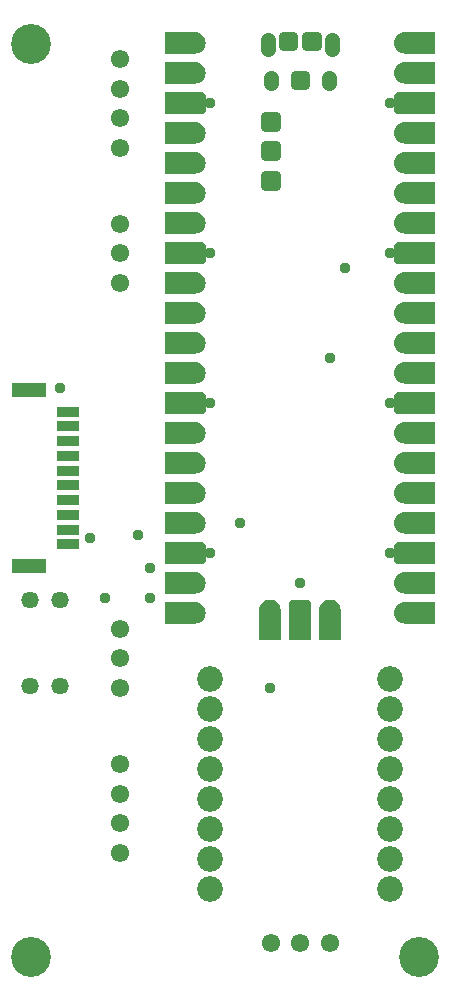
<source format=gbr>
G04 EAGLE Gerber RS-274X export*
G75*
%MOMM*%
%FSLAX34Y34*%
%LPD*%
%INSoldermask Top*%
%IPPOS*%
%AMOC8*
5,1,8,0,0,1.08239X$1,22.5*%
G01*
G04 Define Apertures*
%ADD10C,3.378200*%
%ADD11C,1.551200*%
%ADD12C,1.463200*%
%ADD13C,0.800503*%
%ADD14C,1.303200*%
%ADD15C,1.253200*%
%ADD16C,2.183200*%
%ADD17R,1.905000X0.812800*%
%ADD18R,2.997200X1.295400*%
%ADD19C,0.959600*%
G36*
X-82221Y-85174D02*
X-82897Y-85250D01*
X-113950Y-85250D01*
X-113950Y-67150D01*
X-82897Y-67150D01*
X-82221Y-67226D01*
X-81577Y-67452D01*
X-80998Y-67815D01*
X-80515Y-68298D01*
X-80152Y-68877D01*
X-79926Y-69521D01*
X-79850Y-70197D01*
X-79850Y-82203D01*
X-79926Y-82879D01*
X-80152Y-83524D01*
X-80515Y-84102D01*
X-80998Y-84585D01*
X-81577Y-84948D01*
X-82221Y-85174D01*
G37*
G36*
X-82221Y41826D02*
X-82897Y41750D01*
X-113950Y41750D01*
X-113950Y59850D01*
X-82897Y59850D01*
X-82221Y59774D01*
X-81577Y59548D01*
X-80998Y59185D01*
X-80515Y58702D01*
X-80152Y58124D01*
X-79926Y57479D01*
X-79850Y56803D01*
X-79850Y44797D01*
X-79926Y44121D01*
X-80152Y43477D01*
X-80515Y42898D01*
X-80998Y42415D01*
X-81577Y42052D01*
X-82221Y41826D01*
G37*
G36*
X-82221Y168826D02*
X-82897Y168750D01*
X-113950Y168750D01*
X-113950Y186850D01*
X-82897Y186850D01*
X-82221Y186774D01*
X-81577Y186548D01*
X-80998Y186185D01*
X-80515Y185702D01*
X-80152Y185124D01*
X-79926Y184479D01*
X-79850Y183803D01*
X-79850Y171797D01*
X-79926Y171121D01*
X-80152Y170477D01*
X-80515Y169898D01*
X-80998Y169415D01*
X-81577Y169052D01*
X-82221Y168826D01*
G37*
G36*
X-82221Y295826D02*
X-82897Y295750D01*
X-113950Y295750D01*
X-113950Y313850D01*
X-82897Y313850D01*
X-82221Y313774D01*
X-81577Y313548D01*
X-80998Y313185D01*
X-80515Y312702D01*
X-80152Y312124D01*
X-79926Y311479D01*
X-79850Y310803D01*
X-79850Y298797D01*
X-79926Y298121D01*
X-80152Y297477D01*
X-80515Y296898D01*
X-80998Y296415D01*
X-81577Y296052D01*
X-82221Y295826D01*
G37*
G36*
X9050Y-118697D02*
X9050Y-149750D01*
X-9050Y-149750D01*
X-9050Y-118697D01*
X-8974Y-118021D01*
X-8748Y-117377D01*
X-8385Y-116798D01*
X-7902Y-116315D01*
X-7324Y-115952D01*
X-6679Y-115726D01*
X-6003Y-115650D01*
X6003Y-115650D01*
X6679Y-115726D01*
X7324Y-115952D01*
X7902Y-116315D01*
X8385Y-116798D01*
X8748Y-117377D01*
X8974Y-118021D01*
X9050Y-118697D01*
G37*
G36*
X113950Y-67150D02*
X113950Y-85250D01*
X82897Y-85250D01*
X82221Y-85174D01*
X81577Y-84948D01*
X80998Y-84585D01*
X80515Y-84102D01*
X80152Y-83524D01*
X79926Y-82879D01*
X79850Y-82203D01*
X79850Y-70197D01*
X79926Y-69521D01*
X80152Y-68877D01*
X80515Y-68298D01*
X80998Y-67815D01*
X81577Y-67452D01*
X82221Y-67226D01*
X82897Y-67150D01*
X113950Y-67150D01*
G37*
G36*
X113950Y59850D02*
X113950Y41750D01*
X82897Y41750D01*
X82221Y41826D01*
X81577Y42052D01*
X80998Y42415D01*
X80515Y42898D01*
X80152Y43477D01*
X79926Y44121D01*
X79850Y44797D01*
X79850Y56803D01*
X79926Y57479D01*
X80152Y58124D01*
X80515Y58702D01*
X80998Y59185D01*
X81577Y59548D01*
X82221Y59774D01*
X82897Y59850D01*
X113950Y59850D01*
G37*
G36*
X113950Y186850D02*
X113950Y168750D01*
X82897Y168750D01*
X82221Y168826D01*
X81577Y169052D01*
X80998Y169415D01*
X80515Y169898D01*
X80152Y170477D01*
X79926Y171121D01*
X79850Y171797D01*
X79850Y183803D01*
X79926Y184479D01*
X80152Y185124D01*
X80515Y185702D01*
X80998Y186185D01*
X81577Y186548D01*
X82221Y186774D01*
X82897Y186850D01*
X113950Y186850D01*
G37*
G36*
X113950Y313850D02*
X113950Y295750D01*
X82897Y295750D01*
X82221Y295826D01*
X81577Y296052D01*
X80998Y296415D01*
X80515Y296898D01*
X80152Y297477D01*
X79926Y298121D01*
X79850Y298797D01*
X79850Y310803D01*
X79926Y311479D01*
X80152Y312124D01*
X80515Y312702D01*
X80998Y313185D01*
X81577Y313548D01*
X82221Y313774D01*
X82897Y313850D01*
X113950Y313850D01*
G37*
G36*
X-87134Y-135876D02*
X-88898Y-136050D01*
X-113950Y-136050D01*
X-113950Y-117950D01*
X-88898Y-117950D01*
X-87134Y-118124D01*
X-85437Y-118639D01*
X-83872Y-119475D01*
X-82501Y-120601D01*
X-81375Y-121972D01*
X-80539Y-123537D01*
X-80024Y-125234D01*
X-79850Y-127000D01*
X-80024Y-128766D01*
X-80539Y-130463D01*
X-81375Y-132028D01*
X-82501Y-133400D01*
X-83872Y-134525D01*
X-85437Y-135361D01*
X-87134Y-135876D01*
G37*
G36*
X-87134Y-110476D02*
X-88898Y-110650D01*
X-113950Y-110650D01*
X-113950Y-92550D01*
X-88898Y-92550D01*
X-87134Y-92724D01*
X-85437Y-93239D01*
X-83872Y-94075D01*
X-82501Y-95201D01*
X-81375Y-96572D01*
X-80539Y-98137D01*
X-80024Y-99834D01*
X-79850Y-101600D01*
X-80024Y-103366D01*
X-80539Y-105063D01*
X-81375Y-106628D01*
X-82501Y-108000D01*
X-83872Y-109125D01*
X-85437Y-109961D01*
X-87134Y-110476D01*
G37*
G36*
X-87134Y-59676D02*
X-88898Y-59850D01*
X-113950Y-59850D01*
X-113950Y-41750D01*
X-88898Y-41750D01*
X-87134Y-41924D01*
X-85437Y-42439D01*
X-83872Y-43275D01*
X-82501Y-44401D01*
X-81375Y-45772D01*
X-80539Y-47337D01*
X-80024Y-49034D01*
X-79850Y-50800D01*
X-80024Y-52566D01*
X-80539Y-54263D01*
X-81375Y-55828D01*
X-82501Y-57200D01*
X-83872Y-58325D01*
X-85437Y-59161D01*
X-87134Y-59676D01*
G37*
G36*
X-87134Y-34276D02*
X-88898Y-34450D01*
X-113950Y-34450D01*
X-113950Y-16350D01*
X-88898Y-16350D01*
X-87134Y-16524D01*
X-85437Y-17039D01*
X-83872Y-17875D01*
X-82501Y-19001D01*
X-81375Y-20372D01*
X-80539Y-21937D01*
X-80024Y-23634D01*
X-79850Y-25400D01*
X-80024Y-27166D01*
X-80539Y-28863D01*
X-81375Y-30428D01*
X-82501Y-31800D01*
X-83872Y-32925D01*
X-85437Y-33761D01*
X-87134Y-34276D01*
G37*
G36*
X-87134Y-8876D02*
X-88898Y-9050D01*
X-113950Y-9050D01*
X-113950Y9050D01*
X-88898Y9050D01*
X-87134Y8876D01*
X-85437Y8361D01*
X-83872Y7525D01*
X-82501Y6400D01*
X-81375Y5028D01*
X-80539Y3463D01*
X-80024Y1766D01*
X-79850Y0D01*
X-80024Y-1766D01*
X-80539Y-3463D01*
X-81375Y-5028D01*
X-82501Y-6400D01*
X-83872Y-7525D01*
X-85437Y-8361D01*
X-87134Y-8876D01*
G37*
G36*
X-87134Y16524D02*
X-88898Y16350D01*
X-113950Y16350D01*
X-113950Y34450D01*
X-88898Y34450D01*
X-87134Y34276D01*
X-85437Y33761D01*
X-83872Y32925D01*
X-82501Y31800D01*
X-81375Y30428D01*
X-80539Y28863D01*
X-80024Y27166D01*
X-79850Y25400D01*
X-80024Y23634D01*
X-80539Y21937D01*
X-81375Y20372D01*
X-82501Y19001D01*
X-83872Y17875D01*
X-85437Y17039D01*
X-87134Y16524D01*
G37*
G36*
X-87134Y67324D02*
X-88898Y67150D01*
X-113950Y67150D01*
X-113950Y85250D01*
X-88898Y85250D01*
X-87134Y85076D01*
X-85437Y84561D01*
X-83872Y83725D01*
X-82501Y82600D01*
X-81375Y81228D01*
X-80539Y79663D01*
X-80024Y77966D01*
X-79850Y76200D01*
X-80024Y74434D01*
X-80539Y72737D01*
X-81375Y71172D01*
X-82501Y69801D01*
X-83872Y68675D01*
X-85437Y67839D01*
X-87134Y67324D01*
G37*
G36*
X-87134Y92724D02*
X-88898Y92550D01*
X-113950Y92550D01*
X-113950Y110650D01*
X-88898Y110650D01*
X-87134Y110476D01*
X-85437Y109961D01*
X-83872Y109125D01*
X-82501Y108000D01*
X-81375Y106628D01*
X-80539Y105063D01*
X-80024Y103366D01*
X-79850Y101600D01*
X-80024Y99834D01*
X-80539Y98137D01*
X-81375Y96572D01*
X-82501Y95201D01*
X-83872Y94075D01*
X-85437Y93239D01*
X-87134Y92724D01*
G37*
G36*
X-87134Y118124D02*
X-88898Y117950D01*
X-113950Y117950D01*
X-113950Y136050D01*
X-88898Y136050D01*
X-87134Y135876D01*
X-85437Y135361D01*
X-83872Y134525D01*
X-82501Y133400D01*
X-81375Y132028D01*
X-80539Y130463D01*
X-80024Y128766D01*
X-79850Y127000D01*
X-80024Y125234D01*
X-80539Y123537D01*
X-81375Y121972D01*
X-82501Y120601D01*
X-83872Y119475D01*
X-85437Y118639D01*
X-87134Y118124D01*
G37*
G36*
X-87134Y143524D02*
X-88898Y143350D01*
X-113950Y143350D01*
X-113950Y161450D01*
X-88898Y161450D01*
X-87134Y161276D01*
X-85437Y160761D01*
X-83872Y159925D01*
X-82501Y158800D01*
X-81375Y157428D01*
X-80539Y155863D01*
X-80024Y154166D01*
X-79850Y152400D01*
X-80024Y150634D01*
X-80539Y148937D01*
X-81375Y147372D01*
X-82501Y146001D01*
X-83872Y144875D01*
X-85437Y144039D01*
X-87134Y143524D01*
G37*
G36*
X-87134Y194324D02*
X-88898Y194150D01*
X-113950Y194150D01*
X-113950Y212250D01*
X-88898Y212250D01*
X-87134Y212076D01*
X-85437Y211561D01*
X-83872Y210725D01*
X-82501Y209600D01*
X-81375Y208228D01*
X-80539Y206663D01*
X-80024Y204966D01*
X-79850Y203200D01*
X-80024Y201434D01*
X-80539Y199737D01*
X-81375Y198172D01*
X-82501Y196801D01*
X-83872Y195675D01*
X-85437Y194839D01*
X-87134Y194324D01*
G37*
G36*
X-87134Y219724D02*
X-88898Y219550D01*
X-113950Y219550D01*
X-113950Y237650D01*
X-88898Y237650D01*
X-87134Y237476D01*
X-85437Y236961D01*
X-83872Y236125D01*
X-82501Y235000D01*
X-81375Y233628D01*
X-80539Y232063D01*
X-80024Y230366D01*
X-79850Y228600D01*
X-80024Y226834D01*
X-80539Y225137D01*
X-81375Y223572D01*
X-82501Y222201D01*
X-83872Y221075D01*
X-85437Y220239D01*
X-87134Y219724D01*
G37*
G36*
X-87134Y245124D02*
X-88898Y244950D01*
X-113950Y244950D01*
X-113950Y263050D01*
X-88898Y263050D01*
X-87134Y262876D01*
X-85437Y262361D01*
X-83872Y261525D01*
X-82501Y260400D01*
X-81375Y259028D01*
X-80539Y257463D01*
X-80024Y255766D01*
X-79850Y254000D01*
X-80024Y252234D01*
X-80539Y250537D01*
X-81375Y248972D01*
X-82501Y247601D01*
X-83872Y246475D01*
X-85437Y245639D01*
X-87134Y245124D01*
G37*
G36*
X-87134Y270524D02*
X-88898Y270350D01*
X-113950Y270350D01*
X-113950Y288450D01*
X-88898Y288450D01*
X-87134Y288276D01*
X-85437Y287761D01*
X-83872Y286925D01*
X-82501Y285800D01*
X-81375Y284428D01*
X-80539Y282863D01*
X-80024Y281166D01*
X-79850Y279400D01*
X-80024Y277634D01*
X-80539Y275937D01*
X-81375Y274372D01*
X-82501Y273001D01*
X-83872Y271875D01*
X-85437Y271039D01*
X-87134Y270524D01*
G37*
G36*
X-87134Y321324D02*
X-88898Y321150D01*
X-113950Y321150D01*
X-113950Y339250D01*
X-88898Y339250D01*
X-87134Y339076D01*
X-85437Y338561D01*
X-83872Y337725D01*
X-82501Y336600D01*
X-81375Y335228D01*
X-80539Y333663D01*
X-80024Y331966D01*
X-79850Y330200D01*
X-80024Y328434D01*
X-80539Y326737D01*
X-81375Y325172D01*
X-82501Y323801D01*
X-83872Y322675D01*
X-85437Y321839D01*
X-87134Y321324D01*
G37*
G36*
X-87134Y346724D02*
X-88898Y346550D01*
X-113950Y346550D01*
X-113950Y364650D01*
X-88898Y364650D01*
X-87134Y364476D01*
X-85437Y363961D01*
X-83872Y363125D01*
X-82501Y362000D01*
X-81375Y360628D01*
X-80539Y359063D01*
X-80024Y357366D01*
X-79850Y355600D01*
X-80024Y353834D01*
X-80539Y352137D01*
X-81375Y350572D01*
X-82501Y349201D01*
X-83872Y348075D01*
X-85437Y347239D01*
X-87134Y346724D01*
G37*
G36*
X-16350Y-124698D02*
X-16350Y-149750D01*
X-34450Y-149750D01*
X-34450Y-124698D01*
X-34276Y-122934D01*
X-33761Y-121237D01*
X-32925Y-119672D01*
X-31800Y-118301D01*
X-30428Y-117175D01*
X-28863Y-116339D01*
X-27166Y-115824D01*
X-25400Y-115650D01*
X-23634Y-115824D01*
X-21937Y-116339D01*
X-20372Y-117175D01*
X-19001Y-118301D01*
X-17875Y-119672D01*
X-17039Y-121237D01*
X-16524Y-122934D01*
X-16350Y-124698D01*
G37*
G36*
X34450Y-124698D02*
X34450Y-149750D01*
X16350Y-149750D01*
X16350Y-124698D01*
X16524Y-122934D01*
X17039Y-121237D01*
X17875Y-119672D01*
X19001Y-118301D01*
X20372Y-117175D01*
X21937Y-116339D01*
X23634Y-115824D01*
X25400Y-115650D01*
X27166Y-115824D01*
X28863Y-116339D01*
X30428Y-117175D01*
X31800Y-118301D01*
X32925Y-119672D01*
X33761Y-121237D01*
X34276Y-122934D01*
X34450Y-124698D01*
G37*
G36*
X113950Y-117950D02*
X113950Y-136050D01*
X88898Y-136050D01*
X87134Y-135876D01*
X85437Y-135361D01*
X83872Y-134525D01*
X82501Y-133400D01*
X81375Y-132028D01*
X80539Y-130463D01*
X80024Y-128766D01*
X79850Y-127000D01*
X80024Y-125234D01*
X80539Y-123537D01*
X81375Y-121972D01*
X82501Y-120601D01*
X83872Y-119475D01*
X85437Y-118639D01*
X87134Y-118124D01*
X88898Y-117950D01*
X113950Y-117950D01*
G37*
G36*
X113950Y-92550D02*
X113950Y-110650D01*
X88898Y-110650D01*
X87134Y-110476D01*
X85437Y-109961D01*
X83872Y-109125D01*
X82501Y-108000D01*
X81375Y-106628D01*
X80539Y-105063D01*
X80024Y-103366D01*
X79850Y-101600D01*
X80024Y-99834D01*
X80539Y-98137D01*
X81375Y-96572D01*
X82501Y-95201D01*
X83872Y-94075D01*
X85437Y-93239D01*
X87134Y-92724D01*
X88898Y-92550D01*
X113950Y-92550D01*
G37*
G36*
X113950Y-41750D02*
X113950Y-59850D01*
X88898Y-59850D01*
X87134Y-59676D01*
X85437Y-59161D01*
X83872Y-58325D01*
X82501Y-57200D01*
X81375Y-55828D01*
X80539Y-54263D01*
X80024Y-52566D01*
X79850Y-50800D01*
X80024Y-49034D01*
X80539Y-47337D01*
X81375Y-45772D01*
X82501Y-44401D01*
X83872Y-43275D01*
X85437Y-42439D01*
X87134Y-41924D01*
X88898Y-41750D01*
X113950Y-41750D01*
G37*
G36*
X113950Y-16350D02*
X113950Y-34450D01*
X88898Y-34450D01*
X87134Y-34276D01*
X85437Y-33761D01*
X83872Y-32925D01*
X82501Y-31800D01*
X81375Y-30428D01*
X80539Y-28863D01*
X80024Y-27166D01*
X79850Y-25400D01*
X80024Y-23634D01*
X80539Y-21937D01*
X81375Y-20372D01*
X82501Y-19001D01*
X83872Y-17875D01*
X85437Y-17039D01*
X87134Y-16524D01*
X88898Y-16350D01*
X113950Y-16350D01*
G37*
G36*
X113950Y9050D02*
X113950Y-9050D01*
X88898Y-9050D01*
X87134Y-8876D01*
X85437Y-8361D01*
X83872Y-7525D01*
X82501Y-6400D01*
X81375Y-5028D01*
X80539Y-3463D01*
X80024Y-1766D01*
X79850Y0D01*
X80024Y1766D01*
X80539Y3463D01*
X81375Y5028D01*
X82501Y6400D01*
X83872Y7525D01*
X85437Y8361D01*
X87134Y8876D01*
X88898Y9050D01*
X113950Y9050D01*
G37*
G36*
X113950Y34450D02*
X113950Y16350D01*
X88898Y16350D01*
X87134Y16524D01*
X85437Y17039D01*
X83872Y17875D01*
X82501Y19001D01*
X81375Y20372D01*
X80539Y21937D01*
X80024Y23634D01*
X79850Y25400D01*
X80024Y27166D01*
X80539Y28863D01*
X81375Y30428D01*
X82501Y31800D01*
X83872Y32925D01*
X85437Y33761D01*
X87134Y34276D01*
X88898Y34450D01*
X113950Y34450D01*
G37*
G36*
X113950Y85250D02*
X113950Y67150D01*
X88898Y67150D01*
X87134Y67324D01*
X85437Y67839D01*
X83872Y68675D01*
X82501Y69801D01*
X81375Y71172D01*
X80539Y72737D01*
X80024Y74434D01*
X79850Y76200D01*
X80024Y77966D01*
X80539Y79663D01*
X81375Y81228D01*
X82501Y82600D01*
X83872Y83725D01*
X85437Y84561D01*
X87134Y85076D01*
X88898Y85250D01*
X113950Y85250D01*
G37*
G36*
X113950Y110650D02*
X113950Y92550D01*
X88898Y92550D01*
X87134Y92724D01*
X85437Y93239D01*
X83872Y94075D01*
X82501Y95201D01*
X81375Y96572D01*
X80539Y98137D01*
X80024Y99834D01*
X79850Y101600D01*
X80024Y103366D01*
X80539Y105063D01*
X81375Y106628D01*
X82501Y108000D01*
X83872Y109125D01*
X85437Y109961D01*
X87134Y110476D01*
X88898Y110650D01*
X113950Y110650D01*
G37*
G36*
X113950Y136050D02*
X113950Y117950D01*
X88898Y117950D01*
X87134Y118124D01*
X85437Y118639D01*
X83872Y119475D01*
X82501Y120601D01*
X81375Y121972D01*
X80539Y123537D01*
X80024Y125234D01*
X79850Y127000D01*
X80024Y128766D01*
X80539Y130463D01*
X81375Y132028D01*
X82501Y133400D01*
X83872Y134525D01*
X85437Y135361D01*
X87134Y135876D01*
X88898Y136050D01*
X113950Y136050D01*
G37*
G36*
X113950Y161450D02*
X113950Y143350D01*
X88898Y143350D01*
X87134Y143524D01*
X85437Y144039D01*
X83872Y144875D01*
X82501Y146001D01*
X81375Y147372D01*
X80539Y148937D01*
X80024Y150634D01*
X79850Y152400D01*
X80024Y154166D01*
X80539Y155863D01*
X81375Y157428D01*
X82501Y158800D01*
X83872Y159925D01*
X85437Y160761D01*
X87134Y161276D01*
X88898Y161450D01*
X113950Y161450D01*
G37*
G36*
X113950Y212250D02*
X113950Y194150D01*
X88898Y194150D01*
X87134Y194324D01*
X85437Y194839D01*
X83872Y195675D01*
X82501Y196801D01*
X81375Y198172D01*
X80539Y199737D01*
X80024Y201434D01*
X79850Y203200D01*
X80024Y204966D01*
X80539Y206663D01*
X81375Y208228D01*
X82501Y209600D01*
X83872Y210725D01*
X85437Y211561D01*
X87134Y212076D01*
X88898Y212250D01*
X113950Y212250D01*
G37*
G36*
X113950Y237650D02*
X113950Y219550D01*
X88898Y219550D01*
X87134Y219724D01*
X85437Y220239D01*
X83872Y221075D01*
X82501Y222201D01*
X81375Y223572D01*
X80539Y225137D01*
X80024Y226834D01*
X79850Y228600D01*
X80024Y230366D01*
X80539Y232063D01*
X81375Y233628D01*
X82501Y235000D01*
X83872Y236125D01*
X85437Y236961D01*
X87134Y237476D01*
X88898Y237650D01*
X113950Y237650D01*
G37*
G36*
X113950Y263050D02*
X113950Y244950D01*
X88898Y244950D01*
X87134Y245124D01*
X85437Y245639D01*
X83872Y246475D01*
X82501Y247601D01*
X81375Y248972D01*
X80539Y250537D01*
X80024Y252234D01*
X79850Y254000D01*
X80024Y255766D01*
X80539Y257463D01*
X81375Y259028D01*
X82501Y260400D01*
X83872Y261525D01*
X85437Y262361D01*
X87134Y262876D01*
X88898Y263050D01*
X113950Y263050D01*
G37*
G36*
X113950Y288450D02*
X113950Y270350D01*
X88898Y270350D01*
X87134Y270524D01*
X85437Y271039D01*
X83872Y271875D01*
X82501Y273001D01*
X81375Y274372D01*
X80539Y275937D01*
X80024Y277634D01*
X79850Y279400D01*
X80024Y281166D01*
X80539Y282863D01*
X81375Y284428D01*
X82501Y285800D01*
X83872Y286925D01*
X85437Y287761D01*
X87134Y288276D01*
X88898Y288450D01*
X113950Y288450D01*
G37*
G36*
X113950Y339250D02*
X113950Y321150D01*
X88898Y321150D01*
X87134Y321324D01*
X85437Y321839D01*
X83872Y322675D01*
X82501Y323801D01*
X81375Y325172D01*
X80539Y326737D01*
X80024Y328434D01*
X79850Y330200D01*
X80024Y331966D01*
X80539Y333663D01*
X81375Y335228D01*
X82501Y336600D01*
X83872Y337725D01*
X85437Y338561D01*
X87134Y339076D01*
X88898Y339250D01*
X113950Y339250D01*
G37*
G36*
X113950Y364650D02*
X113950Y346550D01*
X88898Y346550D01*
X87134Y346724D01*
X85437Y347239D01*
X83872Y348075D01*
X82501Y349201D01*
X81375Y350572D01*
X80539Y352137D01*
X80024Y353834D01*
X79850Y355600D01*
X80024Y357366D01*
X80539Y359063D01*
X81375Y360628D01*
X82501Y362000D01*
X83872Y363125D01*
X85437Y363961D01*
X87134Y364476D01*
X88898Y364650D01*
X113950Y364650D01*
G37*
D10*
X-227965Y-418465D03*
X100965Y-418465D03*
X-227965Y354965D03*
D11*
X-152400Y-190500D03*
X-152400Y-165500D03*
X-152400Y-140500D03*
X-152400Y266700D03*
X-152400Y291700D03*
X-152400Y316700D03*
X-152400Y341700D03*
X-152400Y-330200D03*
X-152400Y-305200D03*
X-152400Y-280200D03*
X-152400Y-255200D03*
X25400Y-406400D03*
X400Y-406400D03*
X-24600Y-406400D03*
X-152400Y152400D03*
X-152400Y177400D03*
X-152400Y202400D03*
D12*
X-203200Y-188600D03*
X-203200Y-116200D03*
X-228600Y-188600D03*
X-228600Y-116200D03*
D13*
X-14514Y352786D02*
X-5486Y352786D01*
X-14514Y352786D02*
X-14514Y361814D01*
X-5486Y361814D01*
X-5486Y352786D01*
X-5486Y360391D02*
X-14514Y360391D01*
X5486Y352786D02*
X14514Y352786D01*
X5486Y352786D02*
X5486Y361814D01*
X14514Y361814D01*
X14514Y352786D01*
X14514Y360391D02*
X5486Y360391D01*
X4514Y319786D02*
X-4514Y319786D01*
X-4514Y328814D01*
X4514Y328814D01*
X4514Y319786D01*
X4514Y327391D02*
X-4514Y327391D01*
X-20486Y284786D02*
X-29514Y284786D01*
X-29514Y293814D01*
X-20486Y293814D01*
X-20486Y284786D01*
X-20486Y292391D02*
X-29514Y292391D01*
X-29514Y259786D02*
X-20486Y259786D01*
X-29514Y259786D02*
X-29514Y268814D01*
X-20486Y268814D01*
X-20486Y259786D01*
X-20486Y267391D02*
X-29514Y267391D01*
X-29514Y234786D02*
X-20486Y234786D01*
X-29514Y234786D02*
X-29514Y243814D01*
X-20486Y243814D01*
X-20486Y234786D01*
X-20486Y242391D02*
X-29514Y242391D01*
D14*
X-27250Y350800D02*
X-27250Y357800D01*
X27250Y357800D02*
X27250Y350800D01*
D15*
X-24250Y326000D02*
X-24250Y322000D01*
X24250Y322000D02*
X24250Y326000D01*
D16*
X-76200Y-360940D03*
X-76200Y-335540D03*
X-76200Y-310140D03*
X-76200Y-284740D03*
X-76200Y-259340D03*
X-76200Y-233940D03*
X-76200Y-208540D03*
X-76200Y-183140D03*
X76200Y-183140D03*
X76200Y-208540D03*
X76200Y-233940D03*
X76200Y-259340D03*
X76200Y-284740D03*
X76200Y-310140D03*
X76200Y-335540D03*
X76200Y-360940D03*
D17*
X-196135Y43550D03*
X-196135Y31050D03*
X-196135Y18550D03*
X-196135Y6050D03*
X-196135Y-6450D03*
X-196135Y-18950D03*
X-196135Y-31450D03*
X-196135Y-43950D03*
X-196135Y-56450D03*
X-196135Y-68950D03*
D18*
X-229635Y62050D03*
X-229635Y-87450D03*
D19*
X-25400Y-190500D03*
X-203200Y63500D03*
X-165100Y-114300D03*
X-76200Y177800D03*
X76200Y177800D03*
X-76200Y50800D03*
X76200Y50800D03*
X76200Y-76200D03*
X-76200Y-76200D03*
X0Y-101600D03*
X-177800Y-63500D03*
X-76200Y304800D03*
X76200Y304800D03*
X25400Y88900D03*
X38100Y165100D03*
X-137160Y-60960D03*
X-50800Y-50800D03*
X-127000Y-88900D03*
X-127000Y-114300D03*
M02*

</source>
